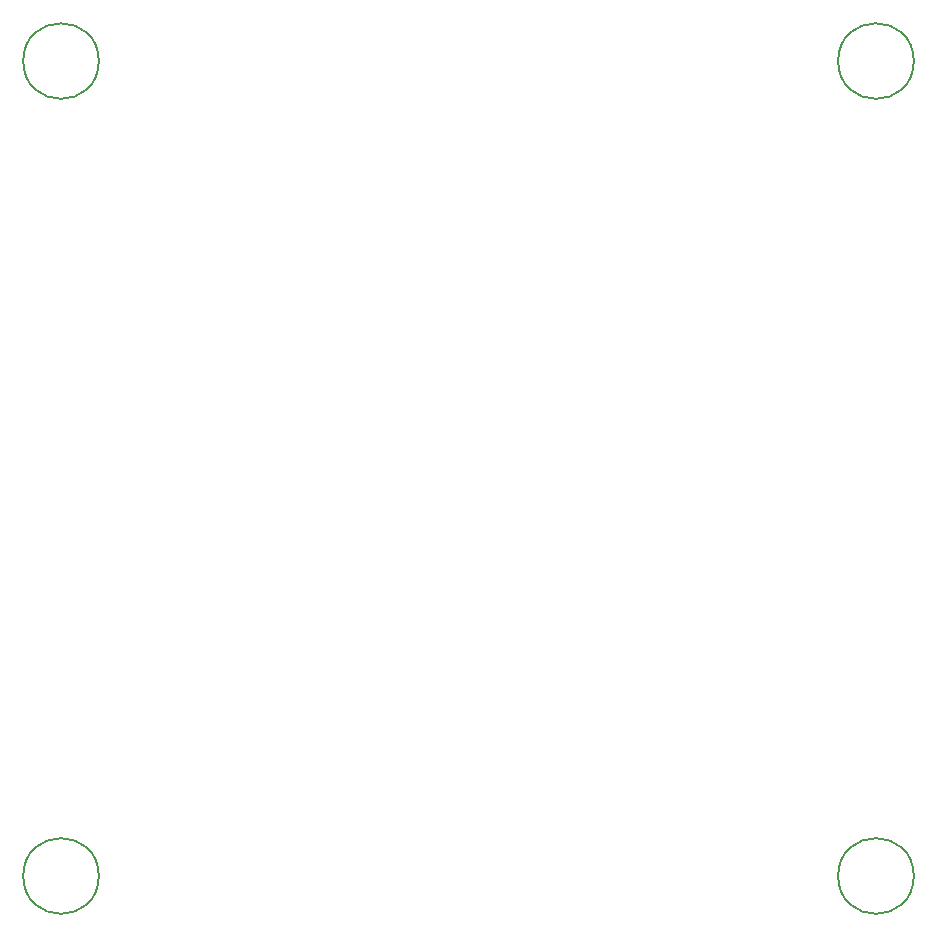
<source format=gbr>
%TF.GenerationSoftware,KiCad,Pcbnew,7.0.9*%
%TF.CreationDate,2023-11-24T07:46:00-06:00*%
%TF.ProjectId,TM13,544d3133-2e6b-4696-9361-645f70636258,rev?*%
%TF.SameCoordinates,Original*%
%TF.FileFunction,Other,Comment*%
%FSLAX46Y46*%
G04 Gerber Fmt 4.6, Leading zero omitted, Abs format (unit mm)*
G04 Created by KiCad (PCBNEW 7.0.9) date 2023-11-24 07:46:00*
%MOMM*%
%LPD*%
G01*
G04 APERTURE LIST*
%ADD10C,0.150000*%
G04 APERTURE END LIST*
D10*
%TO.C,*%
X26700000Y-92500000D02*
G75*
G03*
X26700000Y-92500000I-3200000J0D01*
G01*
X95700000Y-23500000D02*
G75*
G03*
X95700000Y-23500000I-3200000J0D01*
G01*
X95700000Y-92500000D02*
G75*
G03*
X95700000Y-92500000I-3200000J0D01*
G01*
X26700000Y-23500000D02*
G75*
G03*
X26700000Y-23500000I-3200000J0D01*
G01*
%TD*%
M02*

</source>
